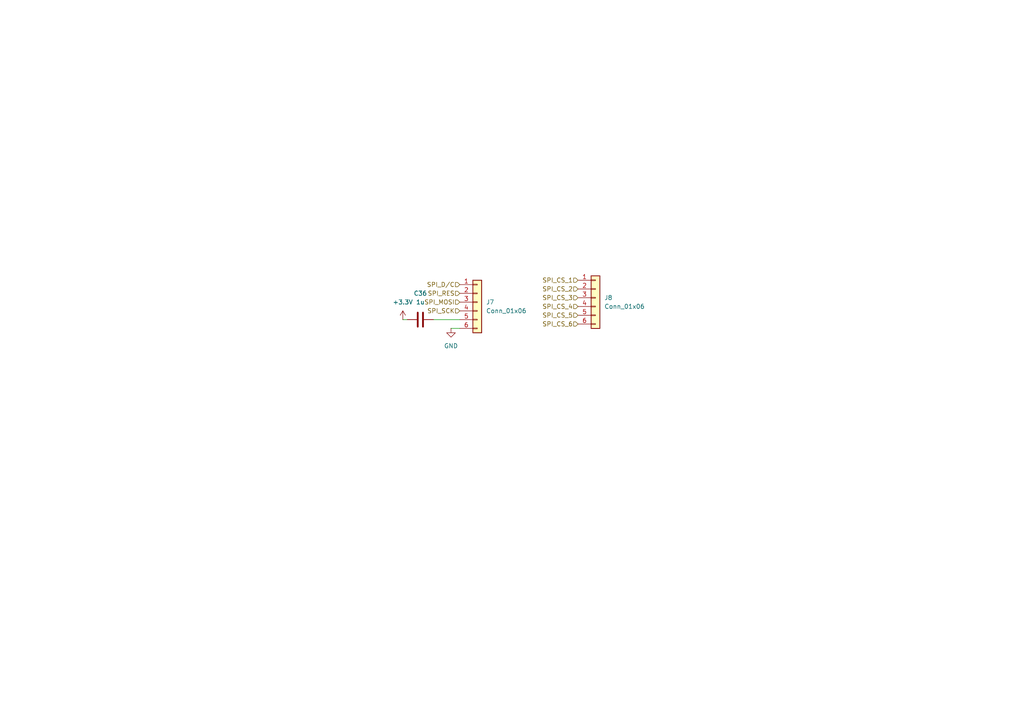
<source format=kicad_sch>
(kicad_sch (version 20250114) (generator "eeschema") (generator_version "9.0")
  (paper "A4")
  (lib_symbols
    (symbol "Connector_Generic:Conn_01x06" (pin_names (offset 1.016) (hide yes))
      (property "Reference" "J" (at 0 7.62 0))
      (property "Value" "Conn_01x06" (at 0 -10.16 0))
      (symbol "Conn_01x06_1_1"
        (rectangle (start -1.27 6.35) (end 1.27 -8.89) (stroke (width 0.254)) (fill (type background)))
        (rectangle (start -1.27 5.207) (end 0 4.953) (stroke (width 0.1524)))
        (rectangle (start -1.27 2.667) (end 0 2.413) (stroke (width 0.1524)))
        (rectangle (start -1.27 0.127) (end 0 -0.127) (stroke (width 0.1524)))
        (rectangle (start -1.27 -2.413) (end 0 -2.667) (stroke (width 0.1524)))
        (rectangle (start -1.27 -4.953) (end 0 -5.207) (stroke (width 0.1524)))
        (rectangle (start -1.27 -7.493) (end 0 -7.747) (stroke (width 0.1524)))
        (pin passive line (at -5.08 5.08 0) (length 3.81) (name "Pin_1") (number "1"))
        (pin passive line (at -5.08 2.54 0) (length 3.81) (name "Pin_2") (number "2"))
        (pin passive line (at -5.08 0 0) (length 3.81) (name "Pin_3") (number "3"))
        (pin passive line (at -5.08 -2.54 0) (length 3.81) (name "Pin_4") (number "4"))
        (pin passive line (at -5.08 -5.08 0) (length 3.81) (name "Pin_5") (number "5"))
        (pin passive line (at -5.08 -7.62 0) (length 3.81) (name "Pin_6") (number "6"))
      )
    )
    (symbol "Device:C" (pin_numbers (hide yes)) (pin_names (offset 0.254))
      (property "Reference" "C" (at 0.635 2.54 0))
      (property "Value" "C" (at 0.635 -2.54 0))
      (symbol "C_0_1"
        (polyline (pts (xy -2.032 0.762) (xy 2.032 0.762)) (stroke (width 0.508)))
        (polyline (pts (xy -2.032 -0.762) (xy 2.032 -0.762)) (stroke (width 0.508)))
      )
      (symbol "C_1_1"
        (pin passive line (at 0 3.81 270) (length 2.794) (name "~") (number "1"))
        (pin passive line (at 0 -3.81 90) (length 2.794) (name "~") (number "2"))
      )
    )
    (symbol "power:+3.3V" (power) (pin_numbers (hide yes)) (pin_names (offset 0) (hide yes))
      (property "Value" "+3.3V" (at 0 3.556 0))
      (symbol "+3.3V_0_1"
        (polyline (pts (xy -0.762 1.27) (xy 0 2.54)))
        (polyline (pts (xy 0 2.54) (xy 0.762 1.27)))
        (polyline (pts (xy 0 0) (xy 0 2.54)))
      )
      (symbol "+3.3V_1_1"
        (pin power_in line (at 0 0 90) (length 0) (name "~") (number "1"))
      )
    )
    (symbol "power:GND" (power) (pin_numbers (hide yes)) (pin_names (offset 0) (hide yes))
      (property "Value" "GND" (at 0 -3.81 0))
      (symbol "GND_0_1"
        (polyline (pts (xy 0 0) (xy 0 -1.27) (xy 1.27 -1.27) (xy 0 -2.54) (xy -1.27 -1.27) (xy 0 -1.27)))
      )
      (symbol "GND_1_1"
        (pin power_in line (at 0 0 270) (length 0) (name "~") (number "1"))
      )
    )
  )
  (wire (pts (xy 130.81 95.25) (xy 133.35 95.25)))
  (wire (pts (xy 125.73 92.71) (xy 133.35 92.71)))
  (wire (pts (xy 116.84 92.71) (xy 118.11 92.71)))
  (hierarchical_label "SPI_SCK" (shape input) (at 133.35 90.17 180))
  (hierarchical_label "SPI_MOSI" (shape input) (at 133.35 87.63 180))
  (hierarchical_label "SPI_RES" (shape input) (at 133.35 85.09 180))
  (hierarchical_label "SPI_CS_6" (shape input) (at 167.64 93.98 180))
  (hierarchical_label "SPI_CS_3" (shape input) (at 167.64 86.36 180))
  (hierarchical_label "SPI_CS_5" (shape input) (at 167.64 91.44 180))
  (hierarchical_label "SPI_CS_2" (shape input) (at 167.64 83.82 180))
  (hierarchical_label "SPI_D{slash}C" (shape input) (at 133.35 82.55 180))
  (hierarchical_label "SPI_CS_1" (shape input) (at 167.64 81.28 180))
  (hierarchical_label "SPI_CS_4" (shape input) (at 167.64 88.9 180))
  (symbol (lib_id "power:GND") (at 130.81 95.25 0) (unit 1)
    (property "Reference" "#PWR019" (effects (hide yes)))
    (property "Value" "GND" (at 130.81 100.33 0))
    (property "Description" "Power symbol creates a global label with name \"GND\" , ground" (effects (hide yes)))
  )
  (symbol (lib_id "Device:C") (at 121.92 92.71 90) (unit 1)
    (property "Reference" "C36" (at 121.92 85.09 90))
    (property "Value" "1u" (at 121.92 87.63 90))
    (property "Footprint" "Capacitor_SMD:C_0603_1608Metric" (effects (hide yes)))
    (property "Description" "Unpolarized capacitor" (effects (hide yes)))
  )
  (symbol (lib_id "power:+3.3V") (at 116.84 92.71 0) (unit 1)
    (property "Reference" "#PWR018" (effects (hide yes)))
    (property "Value" "+3.3V" (at 116.84 87.63 0))
    (property "Description" "Power symbol creates a global label with name \"+3.3V\"" (effects (hide yes)))
  )
  (symbol (lib_id "Connector_Generic:Conn_01x06") (at 138.43 87.63 0) (unit 1)
    (property "Reference" "J7" (at 140.97 87.6299 0) (effects (justify left)))
    (property "Value" "Conn_01x06" (at 140.97 90.1699 0) (effects (justify left)))
    (property "Footprint" "Connector_JST:JST_EH_B6B-EH-A_1x06_P2.50mm_Vertical" (effects (hide yes)))
    (property "Description" "Generic connector, single row, 01x06, script generated (kicad-library-utils/schlib/autogen/connector/)" (effects (hide yes)))
  )
  (symbol (lib_id "Connector_Generic:Conn_01x06") (at 172.72 86.36 0) (unit 1)
    (property "Reference" "J8" (at 175.26 86.3599 0) (effects (justify left)))
    (property "Value" "Conn_01x06" (at 175.26 88.8999 0) (effects (justify left)))
    (property "Footprint" "Connector_JST:JST_EH_B6B-EH-A_1x06_P2.50mm_Vertical" (effects (hide yes)))
    (property "Description" "Generic connector, single row, 01x06, script generated (kicad-library-utils/schlib/autogen/connector/)" (effects (hide yes)))
  )
)
</source>
